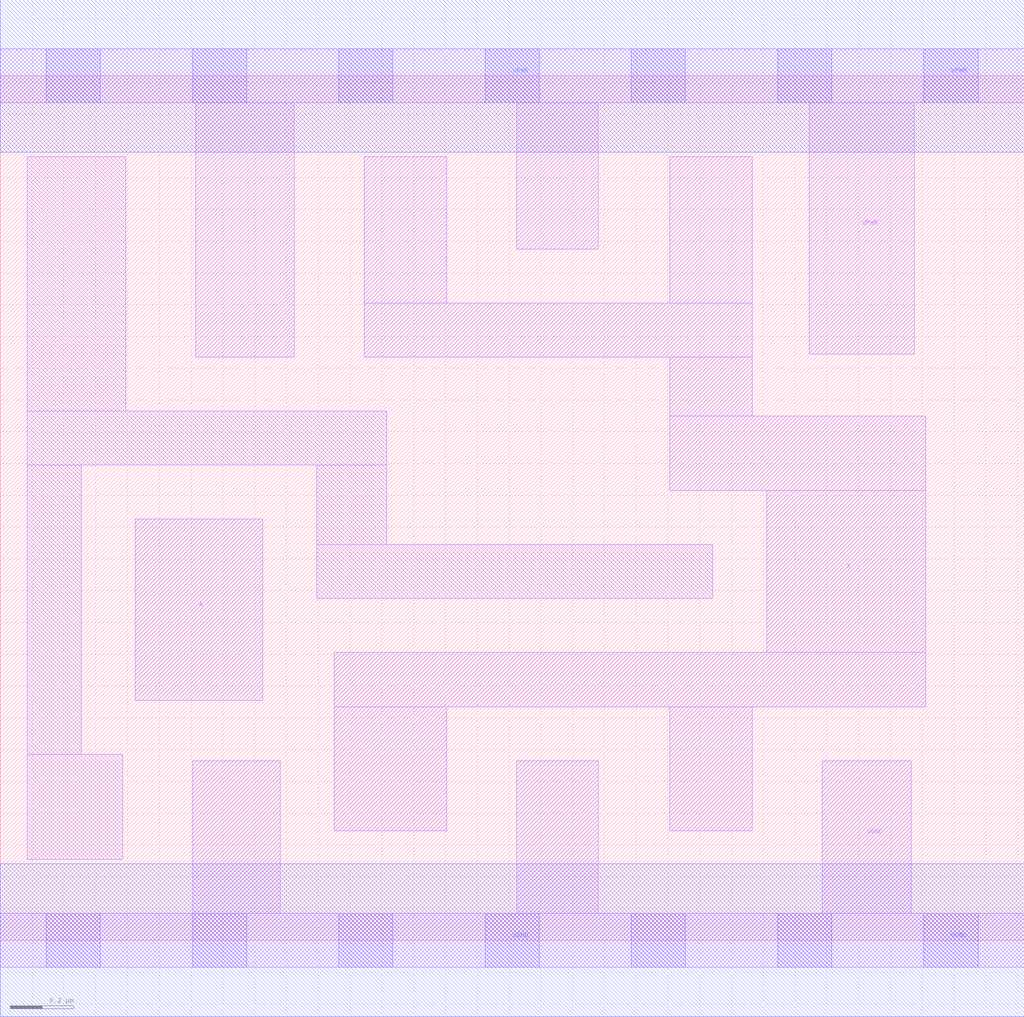
<source format=lef>
# Copyright 2020 The SkyWater PDK Authors
#
# Licensed under the Apache License, Version 2.0 (the "License");
# you may not use this file except in compliance with the License.
# You may obtain a copy of the License at
#
#     https://www.apache.org/licenses/LICENSE-2.0
#
# Unless required by applicable law or agreed to in writing, software
# distributed under the License is distributed on an "AS IS" BASIS,
# WITHOUT WARRANTIES OR CONDITIONS OF ANY KIND, either express or implied.
# See the License for the specific language governing permissions and
# limitations under the License.
#
# SPDX-License-Identifier: Apache-2.0

VERSION 5.7 ;
  NAMESCASESENSITIVE ON ;
  NOWIREEXTENSIONATPIN ON ;
  DIVIDERCHAR "/" ;
  BUSBITCHARS "[]" ;
UNITS
  DATABASE MICRONS 200 ;
END UNITS
PROPERTYDEFINITIONS
  MACRO maskLayoutSubType STRING ;
  MACRO prCellType STRING ;
  MACRO originalViewName STRING ;
END PROPERTYDEFINITIONS
MACRO sky130_fd_sc_hdll__clkbuf_4
  CLASS CORE ;
  FOREIGN sky130_fd_sc_hdll__clkbuf_4 ;
  ORIGIN  0.000000  0.000000 ;
  SIZE  3.220000 BY  2.720000 ;
  SYMMETRY X Y R90 ;
  SITE unithd ;
  PIN A
    ANTENNAGATEAREA  0.243000 ;
    DIRECTION INPUT ;
    USE SIGNAL ;
    PORT
      LAYER li1 ;
        RECT 0.425000 0.755000 0.825000 1.325000 ;
    END
  END A
  PIN VGND
    ANTENNADIFFAREA  0.401100 ;
    DIRECTION INOUT ;
    USE SIGNAL ;
    PORT
      LAYER li1 ;
        RECT 0.000000 -0.085000 3.220000 0.085000 ;
        RECT 0.605000  0.085000 0.880000 0.565000 ;
        RECT 1.625000  0.085000 1.880000 0.565000 ;
        RECT 2.585000  0.085000 2.865000 0.565000 ;
      LAYER mcon ;
        RECT 0.145000 -0.085000 0.315000 0.085000 ;
        RECT 0.605000 -0.085000 0.775000 0.085000 ;
        RECT 1.065000 -0.085000 1.235000 0.085000 ;
        RECT 1.525000 -0.085000 1.695000 0.085000 ;
        RECT 1.985000 -0.085000 2.155000 0.085000 ;
        RECT 2.445000 -0.085000 2.615000 0.085000 ;
        RECT 2.905000 -0.085000 3.075000 0.085000 ;
      LAYER met1 ;
        RECT 0.000000 -0.240000 3.220000 0.240000 ;
    END
  END VGND
  PIN VPWR
    ANTENNADIFFAREA  0.960000 ;
    DIRECTION INOUT ;
    USE SIGNAL ;
    PORT
      LAYER li1 ;
        RECT 0.000000 2.635000 3.220000 2.805000 ;
        RECT 0.615000 1.835000 0.925000 2.635000 ;
        RECT 1.625000 2.175000 1.880000 2.635000 ;
        RECT 2.545000 1.845000 2.875000 2.635000 ;
      LAYER mcon ;
        RECT 0.145000 2.635000 0.315000 2.805000 ;
        RECT 0.605000 2.635000 0.775000 2.805000 ;
        RECT 1.065000 2.635000 1.235000 2.805000 ;
        RECT 1.525000 2.635000 1.695000 2.805000 ;
        RECT 1.985000 2.635000 2.155000 2.805000 ;
        RECT 2.445000 2.635000 2.615000 2.805000 ;
        RECT 2.905000 2.635000 3.075000 2.805000 ;
      LAYER met1 ;
        RECT 0.000000 2.480000 3.220000 2.960000 ;
    END
  END VPWR
  PIN X
    ANTENNADIFFAREA  0.898200 ;
    DIRECTION OUTPUT ;
    USE SIGNAL ;
    PORT
      LAYER li1 ;
        RECT 1.050000 0.345000 1.405000 0.735000 ;
        RECT 1.050000 0.735000 2.910000 0.905000 ;
        RECT 1.145000 1.835000 2.365000 2.005000 ;
        RECT 1.145000 2.005000 1.405000 2.465000 ;
        RECT 2.105000 0.345000 2.365000 0.735000 ;
        RECT 2.105000 1.415000 2.910000 1.650000 ;
        RECT 2.105000 1.650000 2.365000 1.835000 ;
        RECT 2.105000 2.005000 2.365000 2.465000 ;
        RECT 2.410000 0.905000 2.910000 1.415000 ;
    END
  END X
  OBS
    LAYER li1 ;
      RECT 0.085000 0.255000 0.385000 0.585000 ;
      RECT 0.085000 0.585000 0.255000 1.495000 ;
      RECT 0.085000 1.495000 1.215000 1.665000 ;
      RECT 0.085000 1.665000 0.395000 2.465000 ;
      RECT 0.995000 1.075000 2.240000 1.245000 ;
      RECT 0.995000 1.245000 1.215000 1.495000 ;
  END
  PROPERTY maskLayoutSubType "abstract" ;
  PROPERTY prCellType "standard" ;
  PROPERTY originalViewName "layout" ;
END sky130_fd_sc_hdll__clkbuf_4

</source>
